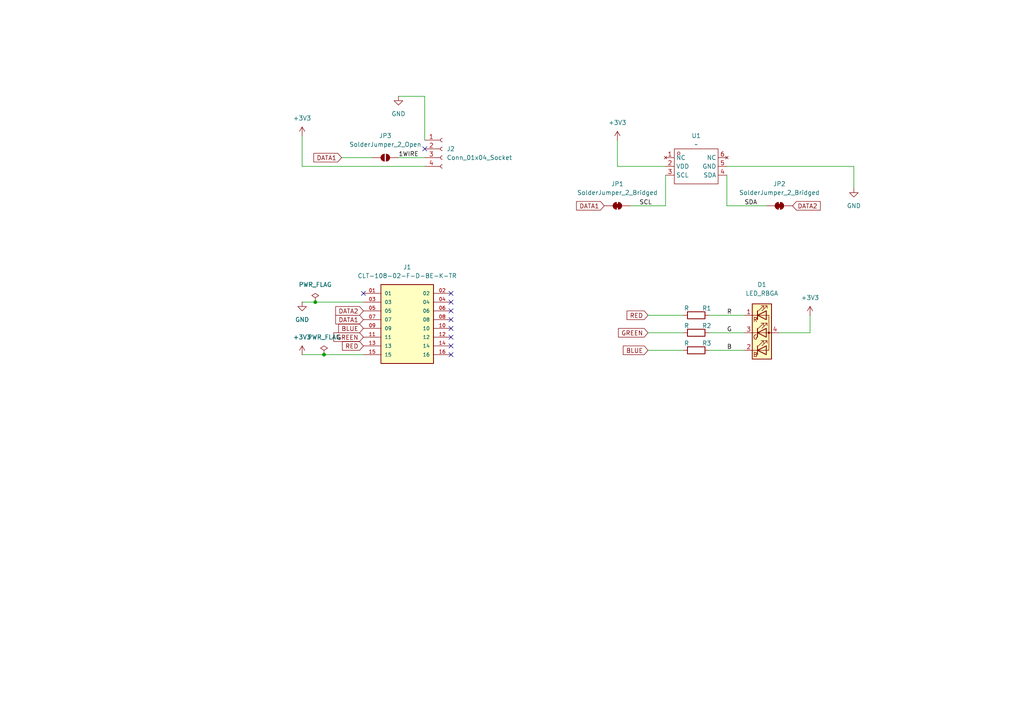
<source format=kicad_sch>
(kicad_sch (version 20250114) (generator "eeschema") (generator_version "9.0")
  (paper "A4")
  (lib_symbols
    (symbol "Connector:Conn_01x04_Socket" (pin_names (offset 1.016) (hide yes))
      (property "Reference" "J" (at 0 5.08 0))
      (property "Value" "Conn_01x04_Socket" (at 0 -7.62 0))
      (symbol "Conn_01x04_Socket_1_1"
        (polyline (pts (xy -1.27 2.54) (xy -0.508 2.54)) (stroke (width 0.1524)))
        (polyline (pts (xy -1.27 0) (xy -0.508 0)) (stroke (width 0.1524)))
        (polyline (pts (xy -1.27 -2.54) (xy -0.508 -2.54)) (stroke (width 0.1524)))
        (polyline (pts (xy -1.27 -5.08) (xy -0.508 -5.08)) (stroke (width 0.1524)))
        (arc (start 0 2.032) (mid -0.5058 2.54) (end 0 3.048) (stroke (width 0.1524)))
        (arc (start 0 -0.508) (mid -0.5058 0) (end 0 0.508) (stroke (width 0.1524)))
        (arc (start 0 -3.048) (mid -0.5058 -2.54) (end 0 -2.032) (stroke (width 0.1524)))
        (arc (start 0 -5.588) (mid -0.5058 -5.08) (end 0 -4.572) (stroke (width 0.1524)))
        (pin passive line (at -5.08 2.54 0) (length 3.81) (name "Pin_1") (number "1"))
        (pin passive line (at -5.08 0 0) (length 3.81) (name "Pin_2") (number "2"))
        (pin passive line (at -5.08 -2.54 0) (length 3.81) (name "Pin_3") (number "3"))
        (pin passive line (at -5.08 -5.08 0) (length 3.81) (name "Pin_4") (number "4"))
      )
    )
    (symbol "Device:LED_RBGA" (pin_names (offset 0) (hide yes))
      (property "Reference" "D" (at 0 9.398 0))
      (property "Value" "LED_RBGA" (at 0 -8.89 0))
      (symbol "LED_RBGA_0_0"
        (text "R" (at -1.905 3.81 0) (effects (font (size 1.27 1.27))))
        (text "G" (at -1.905 -1.27 0) (effects (font (size 1.27 1.27))))
        (text "B" (at -1.905 -6.35 0) (effects (font (size 1.27 1.27))))
      )
      (symbol "LED_RBGA_0_1"
        (polyline (pts (xy -1.27 6.35) (xy -1.27 3.81)) (stroke (width 0.254)))
        (polyline (pts (xy -1.27 6.35) (xy -1.27 3.81) (xy -1.27 3.81)))
        (polyline (pts (xy -1.27 5.08) (xy -2.54 5.08)))
        (polyline (pts (xy -1.27 5.08) (xy 1.27 5.08)))
        (polyline (pts (xy -1.27 1.27) (xy -1.27 -1.27)) (stroke (width 0.254)))
        (polyline (pts (xy -1.27 1.27) (xy -1.27 -1.27) (xy -1.27 -1.27)))
        (polyline (pts (xy -1.27 0) (xy -2.54 0)))
        (polyline (pts (xy -1.27 -3.81) (xy -1.27 -6.35)) (stroke (width 0.254)))
        (polyline (pts (xy -1.27 -5.08) (xy -2.54 -5.08)))
        (polyline (pts (xy -1.27 -5.08) (xy 1.27 -5.08)))
        (polyline (pts (xy -1.016 6.35) (xy 0.508 7.874) (xy -0.254 7.874) (xy 0.508 7.874) (xy 0.508 7.112)))
        (polyline (pts (xy -1.016 1.27) (xy 0.508 2.794) (xy -0.254 2.794) (xy 0.508 2.794) (xy 0.508 2.032)))
        (polyline (pts (xy -1.016 -3.81) (xy 0.508 -2.286) (xy -0.254 -2.286) (xy 0.508 -2.286) (xy 0.508 -3.048)))
        (polyline (pts (xy 0 6.35) (xy 1.524 7.874) (xy 0.762 7.874) (xy 1.524 7.874) (xy 1.524 7.112)))
        (polyline (pts (xy 0 1.27) (xy 1.524 2.794) (xy 0.762 2.794) (xy 1.524 2.794) (xy 1.524 2.032)))
        (polyline (pts (xy 0 -3.81) (xy 1.524 -2.286) (xy 0.762 -2.286) (xy 1.524 -2.286) (xy 1.524 -3.048)))
        (polyline (pts (xy 1.27 6.35) (xy 1.27 3.81) (xy -1.27 5.08) (xy 1.27 6.35)) (stroke (width 0.254)))
        (rectangle (start 1.27 6.35) (end 1.27 6.35))
        (rectangle (start 1.27 3.81) (end 1.27 6.35))
        (polyline (pts (xy 1.27 1.27) (xy 1.27 -1.27) (xy -1.27 0) (xy 1.27 1.27)) (stroke (width 0.254)))
        (rectangle (start 1.27 1.27) (end 1.27 1.27))
        (polyline (pts (xy 1.27 0) (xy -1.27 0)))
        (polyline (pts (xy 1.27 0) (xy 2.54 0)))
        (rectangle (start 1.27 -1.27) (end 1.27 1.27))
        (polyline (pts (xy 1.27 -3.81) (xy 1.27 -6.35) (xy -1.27 -5.08) (xy 1.27 -3.81)) (stroke (width 0.254)))
        (polyline (pts (xy 1.27 -5.08) (xy 2.032 -5.08) (xy 2.032 5.08) (xy 1.27 5.08)))
        (circle (center 2.032 0) (radius 0.254) (fill (type outline)))
        (rectangle (start 2.794 8.382) (end -2.794 -7.62) (stroke (width 0.254)) (fill (type background)))
      )
      (symbol "LED_RBGA_1_1"
        (pin passive line (at -5.08 5.08 0) (length 2.54) (name "RK") (number "1"))
        (pin passive line (at -5.08 0 0) (length 2.54) (name "GK") (number "3"))
        (pin passive line (at -5.08 -5.08 0) (length 2.54) (name "BK") (number "2"))
        (pin passive line (at 5.08 0 180) (length 2.54) (name "A") (number "4"))
      )
    )
    (symbol "Device:R" (pin_numbers (hide yes)) (pin_names (offset 0))
      (property "Reference" "R" (at 2.032 0 90))
      (property "Value" "R" (at 0 0 90))
      (symbol "R_0_1"
        (rectangle (start -1.016 -2.54) (end 1.016 2.54) (stroke (width 0.254)))
      )
      (symbol "R_1_1"
        (pin passive line (at 0 3.81 270) (length 1.27) (name "~") (number "1"))
        (pin passive line (at 0 -3.81 90) (length 1.27) (name "~") (number "2"))
      )
    )
    (symbol "Jumper:SolderJumper_2_Bridged" (pin_numbers (hide yes)) (pin_names (offset 0) (hide yes)) (exclude_from_sim yes) (in_bom no)
      (property "Reference" "JP" (at 0 2.032 0))
      (property "Value" "SolderJumper_2_Bridged" (at 0 -2.54 0))
      (symbol "SolderJumper_2_Bridged_0_1"
        (rectangle (start -0.508 0.508) (end 0.508 -0.508) (fill (type outline)))
        (polyline (pts (xy -0.254 1.016) (xy -0.254 -1.016)))
        (arc (start -0.254 -1.016) (mid -1.2656 0) (end -0.254 1.016))
        (arc (start -0.254 -1.016) (mid -1.2656 0) (end -0.254 1.016) (fill (type outline)))
        (arc (start 0.254 1.016) (mid 1.2656 0) (end 0.254 -1.016))
        (arc (start 0.254 1.016) (mid 1.2656 0) (end 0.254 -1.016) (fill (type outline)))
        (polyline (pts (xy 0.254 1.016) (xy 0.254 -1.016)))
      )
      (symbol "SolderJumper_2_Bridged_1_1"
        (pin passive line (at -3.81 0 0) (length 2.54) (name "A") (number "1"))
        (pin passive line (at 3.81 0 180) (length 2.54) (name "B") (number "2"))
      )
    )
    (symbol "Jumper:SolderJumper_2_Open" (pin_numbers (hide yes)) (pin_names (offset 0) (hide yes)) (exclude_from_sim yes) (in_bom no)
      (property "Reference" "JP" (at 0 2.032 0))
      (property "Value" "SolderJumper_2_Open" (at 0 -2.54 0))
      (symbol "SolderJumper_2_Open_0_1"
        (polyline (pts (xy -0.254 1.016) (xy -0.254 -1.016)))
        (arc (start -0.254 -1.016) (mid -1.2656 0) (end -0.254 1.016))
        (arc (start -0.254 -1.016) (mid -1.2656 0) (end -0.254 1.016) (fill (type outline)))
        (arc (start 0.254 1.016) (mid 1.2656 0) (end 0.254 -1.016))
        (arc (start 0.254 1.016) (mid 1.2656 0) (end 0.254 -1.016) (fill (type outline)))
        (polyline (pts (xy 0.254 1.016) (xy 0.254 -1.016)))
      )
      (symbol "SolderJumper_2_Open_1_1"
        (pin passive line (at -3.81 0 0) (length 2.54) (name "A") (number "1"))
        (pin passive line (at 3.81 0 180) (length 2.54) (name "B") (number "2"))
      )
    )
    (symbol "custom:AHT20_C2757850"
      (property "Reference" "U" (at 0 0 0))
      (symbol "AHT20_C2757850_1_0"
        (rectangle (start -6.35 -5.08) (end 6.35 5.08))
        (circle (center -5.08 3.81) (radius 0.381))
        (pin no_connect line (at -8.89 2.54 0) (length 2.54) (name "NC") (number "1"))
        (pin power_in line (at -8.89 0 0) (length 2.54) (name "VDD") (number "2"))
        (pin input line (at -8.89 -2.54 0) (length 2.54) (name "SCL") (number "3"))
        (pin no_connect line (at 8.89 2.54 180) (length 2.54) (name "NC") (number "6"))
        (pin power_in line (at 8.89 0 180) (length 2.54) (name "GND") (number "5"))
        (pin tri_state line (at 8.89 -2.54 180) (length 2.54) (name "SDA") (number "4"))
      )
    )
    (symbol "custom:CLT-108-02-F-D-BE-K-TR" (pin_names (offset 1.016))
      (property "Reference" "J" (at -8.12 12.7 0))
      (property "Value" "CLT-108-02-F-D-BE-K-TR" (at -7.62 -12.7 0))
      (symbol "CLT-108-02-F-D-BE-K-TR_0_0"
        (rectangle (start -7.62 -10.16) (end 7.62 12.7) (stroke (width 0.254)) (fill (type background)))
        (pin passive line (at -12.7 10.16 0) (length 5.08) (name "01") (number "01"))
        (pin passive line (at -12.7 7.62 0) (length 5.08) (name "03") (number "03"))
        (pin passive line (at -12.7 5.08 0) (length 5.08) (name "05") (number "05"))
        (pin passive line (at -12.7 2.54 0) (length 5.08) (name "07") (number "07"))
        (pin passive line (at -12.7 0 0) (length 5.08) (name "09") (number "09"))
        (pin passive line (at -12.7 -2.54 0) (length 5.08) (name "11") (number "11"))
        (pin passive line (at -12.7 -5.08 0) (length 5.08) (name "13") (number "13"))
        (pin passive line (at -12.7 -7.62 0) (length 5.08) (name "15") (number "15"))
        (pin passive line (at 12.7 10.16 180) (length 5.08) (name "02") (number "02"))
        (pin passive line (at 12.7 7.62 180) (length 5.08) (name "04") (number "04"))
        (pin passive line (at 12.7 5.08 180) (length 5.08) (name "06") (number "06"))
        (pin passive line (at 12.7 2.54 180) (length 5.08) (name "08") (number "08"))
        (pin passive line (at 12.7 0 180) (length 5.08) (name "10") (number "10"))
        (pin passive line (at 12.7 -2.54 180) (length 5.08) (name "12") (number "12"))
        (pin passive line (at 12.7 -5.08 180) (length 5.08) (name "14") (number "14"))
        (pin passive line (at 12.7 -7.62 180) (length 5.08) (name "16") (number "16"))
      )
    )
    (symbol "power:+3V3" (power) (pin_numbers (hide yes)) (pin_names (offset 0) (hide yes))
      (property "Value" "+3V3" (at 0 3.556 0))
      (symbol "+3V3_0_1"
        (polyline (pts (xy -0.762 1.27) (xy 0 2.54)))
        (polyline (pts (xy 0 2.54) (xy 0.762 1.27)))
        (polyline (pts (xy 0 0) (xy 0 2.54)))
      )
      (symbol "+3V3_1_1"
        (pin power_in line (at 0 0 90) (length 0) (name "~") (number "1"))
      )
    )
    (symbol "power:GND" (power) (pin_numbers (hide yes)) (pin_names (offset 0) (hide yes))
      (property "Value" "GND" (at 0 -3.81 0))
      (symbol "GND_0_1"
        (polyline (pts (xy 0 0) (xy 0 -1.27) (xy 1.27 -1.27) (xy 0 -2.54) (xy -1.27 -1.27) (xy 0 -1.27)))
      )
      (symbol "GND_1_1"
        (pin power_in line (at 0 0 270) (length 0) (name "~") (number "1"))
      )
    )
    (symbol "power:PWR_FLAG" (power) (pin_numbers (hide yes)) (pin_names (offset 0) (hide yes))
      (property "Value" "PWR_FLAG" (at 0 3.81 0))
      (symbol "PWR_FLAG_0_0"
        (pin power_out line (at 0 0 90) (length 0) (name "~") (number "1"))
      )
      (symbol "PWR_FLAG_0_1"
        (polyline (pts (xy 0 0) (xy 0 1.27) (xy -1.016 1.905) (xy 0 2.54) (xy 1.016 1.905) (xy 0 1.27)))
      )
    )
  )
  (junction (at 93.98 102.87))
  (junction (at 91.44 87.63))
  (no_connect (at 123.19 43.18))
  (no_connect (at 130.81 97.79))
  (no_connect (at 130.81 90.17))
  (no_connect (at 130.81 85.09))
  (no_connect (at 105.41 85.09))
  (no_connect (at 130.81 102.87))
  (no_connect (at 130.81 92.71))
  (no_connect (at 130.81 95.25))
  (no_connect (at 130.81 87.63))
  (no_connect (at 130.81 100.33))
  (wire (pts (xy 187.96 96.52) (xy 198.12 96.52)))
  (wire (pts (xy 205.74 91.44) (xy 215.9 91.44)))
  (wire (pts (xy 91.44 87.63) (xy 105.41 87.63)))
  (wire (pts (xy 234.95 96.52) (xy 234.95 91.44)))
  (wire (pts (xy 123.19 27.94) (xy 115.57 27.94)))
  (wire (pts (xy 115.57 45.72) (xy 123.19 45.72)))
  (wire (pts (xy 226.06 96.52) (xy 234.95 96.52)))
  (wire (pts (xy 187.96 101.6) (xy 198.12 101.6)))
  (wire (pts (xy 179.07 48.26) (xy 179.07 40.64)))
  (wire (pts (xy 123.19 40.64) (xy 123.19 27.94)))
  (wire (pts (xy 193.04 48.26) (xy 179.07 48.26)))
  (wire (pts (xy 222.25 59.69) (xy 210.82 59.69)))
  (wire (pts (xy 205.74 101.6) (xy 215.9 101.6)))
  (wire (pts (xy 247.65 54.61) (xy 247.65 48.26)))
  (wire (pts (xy 182.88 59.69) (xy 193.04 59.69)))
  (wire (pts (xy 205.74 96.52) (xy 215.9 96.52)))
  (wire (pts (xy 210.82 59.69) (xy 210.82 50.8)))
  (wire (pts (xy 247.65 48.26) (xy 210.82 48.26)))
  (wire (pts (xy 187.96 91.44) (xy 198.12 91.44)))
  (wire (pts (xy 87.63 48.26) (xy 123.19 48.26)))
  (wire (pts (xy 87.63 87.63) (xy 91.44 87.63)))
  (wire (pts (xy 93.98 102.87) (xy 105.41 102.87)))
  (wire (pts (xy 87.63 39.37) (xy 87.63 48.26)))
  (wire (pts (xy 99.06 45.72) (xy 107.95 45.72)))
  (wire (pts (xy 193.04 59.69) (xy 193.04 50.8)))
  (wire (pts (xy 87.63 102.87) (xy 93.98 102.87)))
  (label "B" (at 210.82 101.6 0))
  (label "SCL" (at 185.42 59.69 0))
  (label "1WIRE" (at 115.57 45.72 0))
  (label "SDA" (at 215.9 59.69 0))
  (label "G" (at 210.82 96.52 0))
  (label "R" (at 210.82 91.44 0))
  (global_label "BLUE" (shape input) (at 105.41 95.25 180) (property "Intersheetrefs" "${INTERSHEET_REFS}" (effects (hide yes))))
  (global_label "GREEN" (shape input) (at 187.96 96.52 180) (property "Intersheetrefs" "${INTERSHEET_REFS}" (effects (hide yes))))
  (global_label "RED" (shape input) (at 105.41 100.33 180) (property "Intersheetrefs" "${INTERSHEET_REFS}" (effects (hide yes))))
  (global_label "BLUE" (shape input) (at 187.96 101.6 180) (property "Intersheetrefs" "${INTERSHEET_REFS}" (effects (hide yes))))
  (global_label "DATA2" (shape input) (at 105.41 90.17 180) (property "Intersheetrefs" "${INTERSHEET_REFS}" (effects (hide yes))))
  (global_label "DATA1" (shape input) (at 175.26 59.69 180) (property "Intersheetrefs" "${INTERSHEET_REFS}" (effects (hide yes))))
  (global_label "GREEN" (shape input) (at 105.41 97.79 180) (property "Intersheetrefs" "${INTERSHEET_REFS}" (effects (hide yes))))
  (global_label "DATA2" (shape input) (at 229.87 59.69 0) (property "Intersheetrefs" "${INTERSHEET_REFS}" (effects (hide yes))))
  (global_label "RED" (shape input) (at 187.96 91.44 180) (property "Intersheetrefs" "${INTERSHEET_REFS}" (effects (hide yes))))
  (global_label "DATA1" (shape input) (at 99.06 45.72 180) (property "Intersheetrefs" "${INTERSHEET_REFS}" (effects (hide yes))))
  (global_label "DATA1" (shape input) (at 105.41 92.71 180) (property "Intersheetrefs" "${INTERSHEET_REFS}" (effects (hide yes))))
  (symbol (lib_id "power:+3V3") (at 87.63 39.37 0) (unit 1)
    (property "Reference" "#PWR06" (effects (hide yes)))
    (property "Value" "+3V3" (at 87.63 34.29 0))
    (property "Description" "Power symbol creates a global label with name \"+3V3\"" (effects (hide yes)))
  )
  (symbol (lib_id "power:GND") (at 87.63 87.63 0) (unit 1)
    (property "Reference" "#PWR01" (effects (hide yes)))
    (property "Value" "GND" (at 87.63 92.71 0))
    (property "Description" "Power symbol creates a global label with name \"GND\" , ground" (effects (hide yes)))
  )
  (symbol (lib_id "Device:LED_RBGA") (at 220.98 96.52 0) (unit 1)
    (property "Reference" "D1" (at 220.98 82.55 0))
    (property "Value" "LED_RBGA" (at 220.98 85.09 0))
    (property "Footprint" "LED_SMD:LED_Cree-PLCC4_3.2x2.8mm_CCW" (effects (hide yes)))
    (property "Description" "RGB LED, red/blue/green/anode" (effects (hide yes)))
  )
  (symbol (lib_id "custom:CLT-108-02-F-D-BE-K-TR") (at 118.11 95.25 0) (unit 1)
    (property "Reference" "J1" (at 118.11 77.47 0))
    (property "Value" "CLT-108-02-F-D-BE-K-TR" (at 118.11 80.01 0))
    (property "Footprint" "custom:SAMTEC_CLT-108-02-F-D-BE-K-TR" (effects (hide yes)))
    (property "MANUFACTURER" "SAMTEC" (effects (hide yes)))
  )
  (symbol (lib_id "Device:R") (at 201.93 96.52 90) (unit 1)
    (property "Reference" "R2" (at 204.978 94.488 90))
    (property "Value" "R" (at 199.136 94.488 90))
    (property "Footprint" "Resistor_SMD:R_1206_3216Metric_Pad1.30x1.75mm_HandSolder" (effects (hide yes)))
    (property "Description" "Resistor" (effects (hide yes)))
  )
  (symbol (lib_id "Device:R") (at 201.93 101.6 90) (unit 1)
    (property "Reference" "R3" (at 204.978 99.568 90))
    (property "Value" "R" (at 199.136 99.568 90))
    (property "Footprint" "Resistor_SMD:R_1206_3216Metric_Pad1.30x1.75mm_HandSolder" (effects (hide yes)))
    (property "Description" "Resistor" (effects (hide yes)))
  )
  (symbol (lib_id "power:PWR_FLAG") (at 91.44 87.63 0) (unit 1)
    (property "Reference" "#FLG01" (effects (hide yes)))
    (property "Value" "PWR_FLAG" (at 91.44 82.55 0))
    (property "Description" "Special symbol for telling ERC where power comes from" (effects (hide yes)))
  )
  (symbol (lib_id "Connector:Conn_01x04_Socket") (at 128.27 43.18 0) (unit 1)
    (property "Reference" "J2" (at 129.54 43.1799 0) (effects (justify left)))
    (property "Value" "Conn_01x04_Socket" (at 129.54 45.7199 0) (effects (justify left)))
    (property "Footprint" "Connector_JST:JST_SH_SM04B-SRSS-TB_1x04-1MP_P1.00mm_Horizontal" (effects (hide yes)))
    (property "Description" "Generic connector, single row, 01x04, script generated" (effects (hide yes)))
  )
  (symbol (lib_id "power:+3V3") (at 179.07 40.64 0) (unit 1)
    (property "Reference" "#PWR04" (effects (hide yes)))
    (property "Value" "+3V3" (at 179.07 35.56 0))
    (property "Description" "Power symbol creates a global label with name \"+3V3\"" (effects (hide yes)))
  )
  (symbol (lib_id "Device:R") (at 201.93 91.44 90) (unit 1)
    (property "Reference" "R1" (at 204.978 89.408 90))
    (property "Value" "R" (at 199.136 89.408 90))
    (property "Footprint" "Resistor_SMD:R_1206_3216Metric_Pad1.30x1.75mm_HandSolder" (effects (hide yes)))
    (property "Description" "Resistor" (effects (hide yes)))
  )
  (symbol (lib_id "power:GND") (at 115.57 27.94 0) (unit 1)
    (property "Reference" "#PWR07" (effects (hide yes)))
    (property "Value" "GND" (at 115.57 33.02 0))
    (property "Description" "Power symbol creates a global label with name \"GND\" , ground" (effects (hide yes)))
  )
  (symbol (lib_id "power:+3V3") (at 87.63 102.87 0) (unit 1)
    (property "Reference" "#PWR02" (effects (hide yes)))
    (property "Value" "+3V3" (at 87.63 97.79 0))
    (property "Description" "Power symbol creates a global label with name \"+3V3\"" (effects (hide yes)))
  )
  (symbol (lib_id "power:+3V3") (at 234.95 91.44 0) (unit 1)
    (property "Reference" "#PWR03" (effects (hide yes)))
    (property "Value" "+3V3" (at 234.95 86.36 0))
    (property "Description" "Power symbol creates a global label with name \"+3V3\"" (effects (hide yes)))
  )
  (symbol (lib_id "Jumper:SolderJumper_2_Open") (at 111.76 45.72 0) (unit 1)
    (property "Reference" "JP3" (at 111.76 39.37 0))
    (property "Value" "SolderJumper_2_Open" (at 111.76 41.91 0))
    (property "Footprint" "Jumper:SolderJumper-2_P1.3mm_Open_RoundedPad1.0x1.5mm" (effects (hide yes)))
    (property "Description" "Solder Jumper, 2-pole, open" (effects (hide yes)))
  )
  (symbol (lib_id "Jumper:SolderJumper_2_Bridged") (at 179.07 59.69 0) (unit 1)
    (property "Reference" "JP1" (at 179.07 53.34 0))
    (property "Value" "SolderJumper_2_Bridged" (at 179.07 55.88 0))
    (property "Footprint" "Jumper:SolderJumper-2_P1.3mm_Bridged2Bar_RoundedPad1.0x1.5mm" (effects (hide yes)))
    (property "Description" "Solder Jumper, 2-pole, closed/bridged" (effects (hide yes)))
  )
  (symbol (lib_id "Jumper:SolderJumper_2_Bridged") (at 226.06 59.69 0) (unit 1)
    (property "Reference" "JP2" (at 226.06 53.34 0))
    (property "Value" "SolderJumper_2_Bridged" (at 226.06 55.88 0))
    (property "Footprint" "Jumper:SolderJumper-2_P1.3mm_Bridged2Bar_RoundedPad1.0x1.5mm" (effects (hide yes)))
    (property "Description" "Solder Jumper, 2-pole, closed/bridged" (effects (hide yes)))
  )
  (symbol (lib_id "power:PWR_FLAG") (at 93.98 102.87 0) (unit 1)
    (property "Reference" "#FLG02" (effects (hide yes)))
    (property "Value" "PWR_FLAG" (at 93.98 97.79 0))
    (property "Description" "Special symbol for telling ERC where power comes from" (effects (hide yes)))
  )
  (symbol (lib_id "custom:AHT20_C2757850") (at 201.93 48.26 0) (unit 1)
    (property "Reference" "U1" (at 201.93 39.37 0))
    (property "Value" "~" (at 201.93 41.91 0))
    (property "Footprint" "custom:AHT20" (effects (hide yes)))
    (property "Datasheet" "https://item.szlcsc.com/datasheet/AHT20/2874650.html" (effects (hide yes)))
    (property "Manufacturer Part" "AHT20" (effects (hide yes)))
    (property "Manufacturer" "广州奥松" (effects (hide yes)))
    (property "Supplier Part" "C2757850" (effects (hide yes)))
    (property "Supplier" "LCSC" (effects (hide yes)))
    (property "LCSC Part Name" "AHT20" (effects (hide yes)))
  )
  (symbol (lib_id "power:GND") (at 247.65 54.61 0) (unit 1)
    (property "Reference" "#PWR05" (effects (hide yes)))
    (property "Value" "GND" (at 247.65 59.69 0))
    (property "Description" "Power symbol creates a global label with name \"GND\" , ground" (effects (hide yes)))
  )
)
</source>
